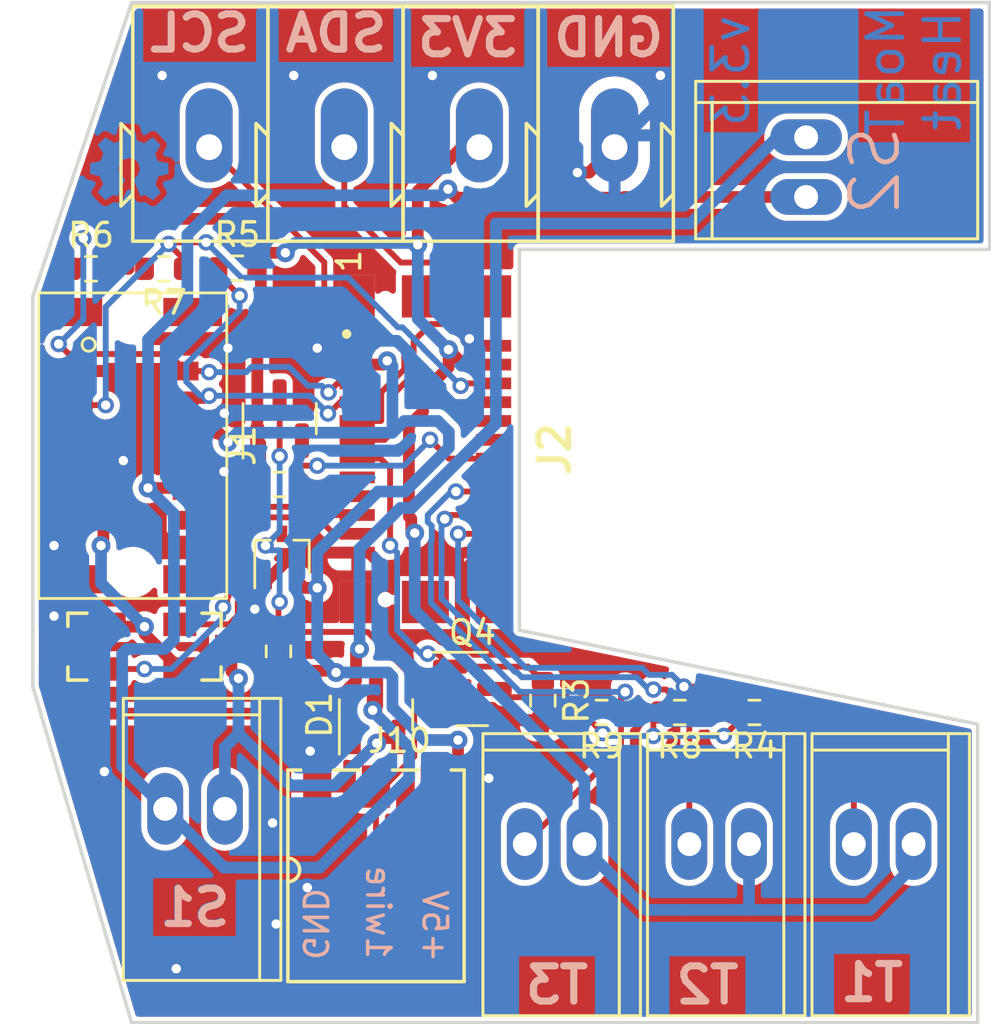
<source format=kicad_pcb>
(kicad_pcb (version 20220225) (generator pcbnew)
  (title_block (comment 4 "AISLER Project ID: ZPXZNXWD"))
  (layers (0 "F.Cu" signal) (31 "B.Cu" signal) (34 "B.Paste" user) (35 "F.Paste" user) (36 "B.SilkS" user "B.Silkscreen") (37 "F.SilkS" user "F.Silkscreen") (38 "B.Mask" user) (39 "F.Mask" user) (44 "Edge.Cuts" user))
  (net 0 "")
  (net 1 "/S1G")
  (net 4 "GNDPWR")
  (net 5 "/S2")
  (net 6 "/S1")
  (net 7 "GND")
  (net 8 "/1wire_5")
  (net 9 "/Bus1")
  (net 10 "/Bus2")
  (net 11 "/Bus3")
  (net 13 "+24V")
  (net 14 "+3V3")
  (net 15 "+5V")
  (net 17 "/SCl")
  (net 19 "/SDa")
  (net 21 "/ena")
  (net 22 "/1wire_3")
  (net 26 "/T3")
  (net 27 "/T2")
  (net 28 "/T1")
  (net 29 "/S2G")
  (net 30 "Net-(Q4-D)")
  (footprint "localstuff:1X02_GN" (layer "F.Cu") (at 52.2 38.5 -90)
    (fp_text reference "J9" hide)
    (fp_text value "S2")
  )
  (footprint "localstuff:1X02_GN" (layer "F.Cu") (at 26.2 65.8 180)
    (fp_text reference "J8" hide)
    (fp_text value "S1" hide)
  )
  (footprint "localstuff:Wago_Terminal_243" (layer "F.Cu") (at 38.3 37.650005 90)
    (fp_text reference "J5" hide)
    (fp_text value "3V3" hide)
  )
  (footprint "localstuff:Wago_Terminal_243" (layer "F.Cu") (at 44.05 37.650005 90)
    (fp_text reference "J6" hide)
    (fp_text value "GND" hide)
  )
  (footprint "localstuff:Wago_Terminal_243" (layer "F.Cu") (at 26.8 37.650005 90)
    (fp_text reference "J3" hide)
    (fp_text value "SCLK" hide)
  )
  (footprint "localstuff:MoaT_12_Pin_V" (layer "F.Cu") (at 23.55 50.35 -90)
    (fp_text reference "J1")
    (fp_text value "Moat_Bus_12")
  )
  (footprint "Package_TO_SOT_SMD:SOT-23" (layer "F.Cu") (at 33.9 61.8 90)
    (fp_text reference "D1")
    (fp_text value "BAT54C")
  )
  (footprint "localstuff:SOT23" (layer "F.Cu") (at 26.65 58.9 -90)
    (fp_text reference "Q1" hide)
    (fp_text value "2N7002" hide)
  )
  (footprint "localstuff:SOT23" (layer "F.Cu") (at 21.45 58.9 90)
    (fp_text reference "Q2" hide)
    (fp_text value "2N7002" hide)
  )
  (footprint "Resistor_SMD:R_0603_1608Metric" (layer "F.Cu") (at 21.775 42.825)
    (fp_text reference "R6")
    (fp_text value "470")
  )
  (footprint "localstuff:AVX_9276_3Pin" (layer "F.Cu") (at 33.9 68.4)
    (fp_text reference "J10")
    (fp_text value "1wireConn")
  )
  (footprint "Resistor_SMD:R_0603_1608Metric" (layer "F.Cu") (at 24.875 42.825 180)
    (fp_text reference "R7")
    (fp_text value "470")
  )
  (footprint "localstuff:TE_1775014_socket" (layer "F.Cu") (at 36 50.5 -90)
    (fp_text reference "J2")
    (fp_text value "Moat_Bus_wire" hide)
  )
  (footprint "localstuff:Wago_Terminal_243" (layer "F.Cu") (at 32.55 37.650005 90)
    (fp_text reference "J4" hide)
    (fp_text value "SDA" hide)
  )
  (footprint "localstuff:1X02_GN" (layer "F.Cu") (at 55.5 67.3 180)
    (fp_text reference "J7" hide)
    (fp_text value "T1" hide)
  )
  (footprint "localstuff:1X02_GN" (layer "F.Cu") (at 48.5 67.3 180)
    (fp_text reference "J11" hide)
    (fp_text value "T2" hide)
  )
  (footprint "Package_TO_SOT_SMD:SOT-23" (layer "F.Cu") (at 38 60.7)
    (fp_text reference "Q4")
    (fp_text value "2N7002")
  )
  (footprint "Package_TO_SOT_SMD:SOT-323_SC-70" (layer "F.Cu") (at 29.9 55.1 90)
    (fp_text reference "D2" hide)
    (fp_text value "BAT54SW" hide)
  )
  (footprint "Resistor_SMD:R_0603_1608Metric" (layer "F.Cu") (at 29.75 59.1 90)
    (fp_text reference "R2" hide)
    (fp_text value "10k" hide)
  )
  (footprint "Resistor_SMD:R_0603_1608Metric" (layer "F.Cu") (at 43.5 61.7 180)
    (fp_text reference "R9")
    (fp_text value "10k")
  )
  (footprint "Resistor_SMD:R_0603_1608Metric" (layer "F.Cu") (at 46.825 61.7 180)
    (fp_text reference "R8")
    (fp_text value "10k")
  )
  (footprint "Resistor_SMD:R_0603_1608Metric" (layer "F.Cu") (at 28 42.8)
    (fp_text reference "R5")
    (fp_text value "470")
  )
  (footprint "localstuff:1X02_GN" (layer "F.Cu") (at 41.5 67.3 180)
    (fp_text reference "J12" hide)
    (fp_text value "T3" hide)
  )
  (footprint "Resistor_SMD:R_0603_1608Metric" (layer "F.Cu") (at 50 61.7 180)
    (fp_text reference "R4")
    (fp_text value "10k")
  )
  (footprint "Resistor_SMD:R_0603_1608Metric" (layer "F.Cu") (at 29.8 52)
    (fp_text reference "R1" hide)
    (fp_text value "10k" hide)
  )
  (footprint "Resistor_SMD:R_0603_1608Metric" (layer "F.Cu") (at 41 61.2 -90)
    (fp_text reference "R3")
    (fp_text value "R_1M_0603")
  )
  (footprint "Package_TO_SOT_SMD:SOT-23" (layer "F.Cu") (at 29.8 49.2 90)
    (fp_text reference "Q3" hide)
    (fp_text value "2N7002" hide)
  )
  (footprint "localstuff:OSHW Logo 3mm Cu" (layer "B.Cu") (at 23.4 38.4 180)
    (fp_text reference "G***" hide)
    (fp_text value "LOGO" hide)
  )
  (gr_line (start 60 42) (end 60 31.5) (stroke (width 0.15)) (layer "Edge.Cuts"))
  (gr_line (start 60 31.5) (end 23.5 31.5) (stroke (width 0.15)) (layer "Edge.Cuts"))
  (gr_line (start 60 42) (end 40 42) (stroke (width 0.15)) (layer "Edge.Cuts"))
  (gr_line (start 59.5 74.9) (end 59.5 62.2) (stroke (width 0.15)) (layer "Edge.Cuts"))
  (gr_line (start 23.5 31.5) (end 19.3 44) (stroke (width 0.15)) (layer "Edge.Cuts"))
  (gr_line (start 19.3 44) (end 19.3 60.6) (stroke (width 0.15)) (layer "Edge.Cuts"))
  (gr_line (start 40 42) (end 40 58.2) (stroke (width 0.15)) (layer "Edge.Cuts"))
  (gr_line (start 23.5 74.9) (end 59.5 74.9) (stroke (width 0.15)) (layer "Edge.Cuts"))
  (gr_line (start 40 58.2) (end 59.5 62.2) (stroke (width 0.15)) (layer "Edge.Cuts"))
  (gr_line (start 19.3 60.6) (end 23.5 74.9) (stroke (width 0.15)) (layer "Edge.Cuts"))
  (gr_text "v3.3" (at 49 34.4 90) (layer "B.Cu") (effects (font (size 1.5 1.5) (thickness 0.2)) (justify mirror)))
  (gr_text "GND" (at 43.8 33) (layer "B.Cu") (effects (font (size 1.5 1.5) (thickness 0.3) bold) (justify mirror)))
  (gr_text "T1" (at 55 73.2) (layer "B.Cu") (effects (font (size 1.5 1.5) (thickness 0.3) bold) (justify mirror)))
  (gr_text "T2" (at 48 73.3) (layer "B.Cu") (effects (font (size 1.5 1.5) (thickness 0.3) bold) (justify mirror)))
  (gr_text "S1" (at 26.174883 69.979825) (layer "B.Cu") (effects (font (size 1.5 1.5) (thickness 0.3) bold) (justify mirror)))
  (gr_text "3V3" (at 37.8 33) (layer "B.Cu") (effects (font (size 1.5 1.5) (thickness 0.3) bold) (justify mirror)))
  (gr_text "MoaT\nHeat" (at 56.8 34.4 90) (layer "B.Cu") (effects (font (size 1.5 1.5) (thickness 0.2)) (justify mirror)))
  (gr_text "SDA" (at 32.2 32.8) (layer "B.Cu") (effects (font (size 1.5 1.5) (thickness 0.3) bold) (justify mirror)))
  (gr_text "SCL" (at 26.395647 32.793471) (layer "B.Cu") (effects (font (size 1.5 1.5) (thickness 0.3) bold) (justify mirror)))
  (gr_text "T3" (at 41.6 73.3) (layer "B.Cu") (effects (font (size 1.5 1.5) (thickness 0.3) bold) (justify mirror)))
  (gr_text "1wire" (at 34 70.2 270) (layer "B.SilkS") (effects (font (size 1 1)) (justify mirror)))
  (gr_text "SCL" (at 26.4 32.8) (layer "B.SilkS") (effects (font (size 1.5 1.5) (thickness 0.3) bold) (justify mirror)))
  (gr_text "3V3" (at 37.8 33) (layer "B.SilkS") (effects (font (size 1.5 1.5) (thickness 0.3) bold) (justify mirror)))
  (gr_text "GND" (at 43.8 33) (layer "B.SilkS") (effects (font (size 1.5 1.5) (thickness 0.3) bold) (justify mirror)))
  (gr_text "T2" (at 48 73.3) (layer "B.SilkS") (effects (font (size 1.5 1.5) (thickness 0.3) bold) (justify mirror)))
  (gr_text "T3" (at 41.6 73.3) (layer "B.SilkS") (effects (font (size 1.5 1.5) (thickness 0.3) bold) (justify mirror)))
  (gr_text "+5V" (at 36.4 70.8 270) (layer "B.SilkS") (effects (font (size 1 1)) (justify mirror)))
  (gr_text "S1" (at 26.2 70) (layer "B.SilkS") (effects (font (size 1.5 1.5) (thickness 0.3) bold) (justify mirror)))
  (gr_text "GND" (at 31.3 70.7 270) (layer "B.SilkS") (effects (font (size 1 1)) (justify mirror)))
  (gr_text "T1" (at 55 73.2) (layer "B.SilkS") (effects (font (size 1.5 1.5) (thickness 0.3) bold) (justify mirror)))
  (gr_text "SDA" (at 32.2 32.8) (layer "B.SilkS") (effects (font (size 1.5 1.5) (thickness 0.3) bold) (justify mirror)))
  (segment (start 27.75 58.9) (end 27.75 59.95) (width 0.5) (layer "F.Cu") (net 1))
  (segment (start 34.85 62.79134) (end 34.14456 62.79134) (width 0.5) (layer "F.Cu") (net 1))
  (segment (start 27.75 59.95) (end 28.05 60.25) (width 0.5) (layer "F.Cu") (net 1))
  (segment (start 34.14456 62.79134) (end 33.928005 63.007895) (width 0.5) (layer "F.Cu") (net 1))
  (via (at 33.928005 63.007895) (size 0.8) (drill 0.4) (layers "F.Cu" "B.Cu") (net 1))
  (via (at 28.05 60.25) (size 0.8) (drill 0.4) (layers "F.Cu" "B.Cu") (net 1))
  (segment (start 27.47 63.18) (end 28.05 62.6) (width 0.5) (layer "B.Cu") (net 1))
  (segment (start 28.05 60.25) (end 28.05 62.6) (width 0.5) (layer "B.Cu") (net 1))
  (segment (start 32.1359 64.8) (end 33.928005 63.007895) (width 0.5) (layer "B.Cu") (net 1))
  (segment (start 27.47 65.8) (end 27.47 63.18) (width 0.5) (layer "B.Cu") (net 1))
  (segment (start 30.25 64.8) (end 32.1359 64.8) (width 0.5) (layer "B.Cu") (net 1))
  (segment (start 28.05 62.6) (end 30.25 64.8) (width 0.5) (layer "B.Cu") (net 1))
  (segment (start 22.299511 54.500489) (end 22.2 54.6) (width 0.5) (layer "F.Cu") (net 4))
  (segment (start 22.299511 52.675489) (end 22.299511 54.500489) (width 0.5) (layer "F.Cu") (net 4))
  (segment (start 24.05 58.05) (end 24.05 58.35) (width 0.5) (layer "F.Cu") (net 4))
  (segment (start 24.05 58.05) (end 22.65 58.05) (width 0.5) (layer "F.Cu") (net 4))
  (segment (start 21.879022 52.255) (end 22.299511 52.675489) (width 0.5) (layer "F.Cu") (net 4))
  (segment (start 24.05 58.35) (end 25.55 59.85) (width 0.5) (layer "F.Cu") (net 4))
  (segment (start 21.3 52.255) (end 21.879022 52.255) (width 0.5) (layer "F.Cu") (net 4))
  (via (at 22.2 54.6) (size 0.8) (drill 0.4) (layers "F.Cu" "B.Cu") (net 4))
  (via (at 24.05 58.05) (size 0.8) (drill 0.4) (layers "F.Cu" "B.Cu") (net 4))
  (segment (start 22.2 54.6) (end 22.2 56.2) (width 0.5) (layer "B.Cu") (net 4))
  (segment (start 22.2 56.2) (end 24.05 58.05) (width 0.5) (layer "B.Cu") (net 4))
  (segment (start 27.568842 56.818766) (end 27.568842 57.045396) (width 0.25) (layer "F.Cu") (net 5))
  (segment (start 27.624511 54.375489) (end 27.624511 56.763097) (width 0.25) (layer "F.Cu") (net 5))
  (segment (start 31.935704 53.3) (end 31.586193 52.950489) (width 0.25) (layer "F.Cu") (net 5))
  (segment (start 27.624511 56.763097) (end 27.568842 56.818766) (width 0.25) (layer "F.Cu") (net 5))
  (segment (start 27.750489 54.249511) (end 27.624511 54.375489) (width 0.25) (layer "F.Cu") (net 5))
  (segment (start 27.750489 54.178801) (end 27.750489 54.249511) (width 0.25) (layer "F.Cu") (net 5))
  (segment (start 33.1 53.3) (end 31.935704 53.3) (width 0.25) (layer "F.Cu") (net 5))
  (segment (start 28.9788 52.95049) (end 27.750489 54.178801) (width 0.25) (layer "F.Cu") (net 5))
  (segment (start 31.586193 52.950489) (end 28.9788 52.95049) (width 0.25) (layer "F.Cu") (net 5))
  (segment (start 22.55 59.85) (end 24.05 59.85) (width 0.25) (layer "F.Cu") (net 5))
  (segment (start 27.568842 57.045396) (end 27.393853 57.220385) (width 0.25) (layer "F.Cu") (net 5))
  (via (at 24.05 59.85) (size 0.7) (drill 0.4) (layers "F.Cu" "B.Cu") (net 5))
  (via (at 27.393853 57.220385) (size 0.7) (drill 0.4) (layers "F.Cu" "B.Cu") (net 5))
  (segment (start 24.05 59.85) (end 25.2 59.85) (width 0.25) (layer "B.Cu") (net 5))
  (segment (start 27.393853 57.656147) (end 27.393853 57.220385) (width 0.25) (layer "B.Cu") (net 5))
  (segment (start 25.2 59.85) (end 27.393853 57.656147) (width 0.25) (layer "B.Cu") (net 5))
  (segment (start 29.164994 53.4) (end 31.4 53.4) (width 0.25) (layer "F.Cu") (net 6))
  (segment (start 31.4 53.4) (end 32.1 54.1) (width 0.25) (layer "F.Cu") (net 6))
  (segment (start 25.55 57.95) (end 27.65 57.95) (width 0.25) (layer "F.Cu") (net 6))
  (segment (start 32.1 54.1) (end 33.1 54.1) (width 0.25) (layer "F.Cu") (net 6))
  (segment (start 28.018353 57.004959) (end 28.2 56.823312) (width 0.25) (layer "F.Cu") (net 6))
  (segment (start 27.65 57.95) (end 28.018353 57.581647) (width 0.25) (layer "F.Cu") (net 6))
  (segment (start 28.018353 57.581647) (end 28.018353 57.004959) (width 0.25) (layer "F.Cu") (net 6))
  (segment (start 28.2 54.364994) (end 29.164994 53.4) (width 0.25) (layer "F.Cu") (net 6))
  (segment (start 28.2 56.823312) (end 28.2 54.364994) (width 0.25) (layer "F.Cu") (net 6))
  (segment (start 21.879022 49.715) (end 21.3 49.715) (width 0.5) (layer "F.Cu") (net 7))
  (segment (start 27.6 46.2) (end 27.6 48.813917) (width 0.5) (layer "F.Cu") (net 7))
  (segment (start 34.35 55.65) (end 37.65 55.65) (width 0.5) (layer "F.Cu") (net 7))
  (segment (start 44.05 37.650005) (end 42.968178 38.731827) (width 0.5) (layer "F.Cu") (net 7))
  (segment (start 37.4375 62.025) (end 37.0625 61.65) (width 0.5) (layer "F.Cu") (net 7))
  (segment (start 33.1 46.1) (end 31.5 46.1) (width 0.5) (layer "F.Cu") (net 7))
  (segment (start 31.097858 63.343888) (end 31.4 63.64603) (width 0.5) (layer "F.Cu") (net 7))
  (segment (start 29.65 70.7) (end 30.15 70.7) (width 0.5) (layer "F.Cu") (net 7))
  (segment (start 23.349501 50.784521) (end 23.149022 50.985) (width 0.5) (layer "F.Cu") (net 7))
  (segment (start 27.6 48.813917) (end 27.444534 48.969383) (width 0.5) (layer "F.Cu") (net 7))
  (segment (start 25.8 50.985) (end 26.960402 50.985) (width 0.5) (layer "F.Cu") (net 7))
  (segment (start 26.960402 50.985) (end 27.429356 51.453954) (width 0.5) (layer "F.Cu") (net 7))
  (segment (start 21.3 47.175) (end 22.35 47.175) (width 0.5) (layer "F.Cu") (net 7))
  (segment (start 23.349501 48.174501) (end 23.349501 50.784521) (width 0.5) (layer "F.Cu") (net 7))
  (segment (start 38.725 62.025) (end 37.4375 62.025) (width 0.5) (layer "F.Cu") (net 7))
  (segment (start 31.4 66.2) (end 30.977673 66.622327) (width 0.5) (layer "F.Cu") (net 7))
  (segment (start 33.1 54.9) (end 30.45 54.9) (width 0.5) (layer "F.Cu") (net 7))
  (segment (start 28.774511 56.575489) (end 28.774511 57.273401) (width 0.5) (layer "F.Cu") (net 7))
  (segment (start 33.6 54.9) (end 34.35 55.65) (width 0.5) (layer "F.Cu") (net 7))
  (segment (start 23.149022 50.985) (end 21.879022 49.715) (width 0.5) (layer "F.Cu") (net 7))
  (segment (start 29.25 56.1) (end 28.774511 56.575489) (width 0.5) (layer "F.Cu") (net 7))
  (segment (start 22.35 47.175) (end 23.349501 48.174501) (width 0.5) (layer "F.Cu") (net 7))
  (segment (start 30.45 54.9) (end 29.25 56.1) (width 0.5) (layer "F.Cu") (net 7))
  (segment (start 31.4 63.64603) (end 31.4 66.2) (width 0.5) (layer "F.Cu") (net 7))
  (segment (start 38.9 46.1) (end 38.171978 46.1) (width 0.5) (layer "F.Cu") (net 7))
  (segment (start 33.1 54.9) (end 33.6 54.9) (width 0.5) (layer "F.Cu") (net 7))
  (segment (start 30.15 70.7) (end 31.4 71.95) (width 0.5) (layer "F.Cu") (net 7))
  (segment (start 28.774511 57.273401) (end 28.742854 57.305058) (width 0.5) (layer "F.Cu") (net 7))
  (segment (start 38.7 62.05) (end 38.725 62.025) (width 0.5) (layer "F.Cu") (net 7))
  (segment (start 25.8 50.985) (end 23.149022 50.985) (width 0.5) (layer "F.Cu") (net 7))
  (segment (start 38.171978 46.1) (end 37.873222 45.801244) (width 0.5) (layer "F.Cu") (net 7))
  (segment (start 37.65 55.65) (end 38.4 54.9) (width 0.5) (layer "F.Cu") (net 7))
  (segment (start 38.4 54.9) (end 38.9 54.9) (width 0.5) (layer "F.Cu") (net 7))
  (segment (start 41 62.025) (end 38.725 62.025) (width 0.5) (layer "F.Cu") (net 7))
  (segment (start 38.7 64.5) (end 38.7 62.05) (width 0.5) (layer "F.Cu") (net 7))
  (segment (start 31.5 46.1) (end 31.4 46.2) (width 0.5) (layer "F.Cu") (net 7))
  (segment (start 29.722327 66.622327) (end 29.5 66.4) (width 0.5) (layer "F.Cu") (net 7))
  (segment (start 30.977673 66.622327) (end 29.722327 66.622327) (width 0.5) (layer "F.Cu") (net 7))
  (segment (start 42.968178 38.731827) (end 42.469548 38.731827) (width 0.5) (layer "F.Cu") (net 7))
  (segment (start 30.977673 66.622327) (end 30.977673 69.1495) (width 0.5) (layer "F.Cu") (net 7))
  (via (at 28.742854 57.305058) (size 0.8) (drill 0.4) (layers "F.Cu" "B.Cu") (net 7))
  (via (at 29.5 66.4) (size 0.8) (drill 0.4) (layers "F.Cu" "B.Cu") (net 7))
  (via (at 31.097858 63.343888) (size 0.8) (drill 0.4) (layers "F.Cu" "B.Cu") (net 7))
  (via (at 30.4 34.6) (size 0.7) (drill 0.4) (layers "F.Cu" "B.Cu") (net 7))
  (via (at 38.7 64.5) (size 0.8) (drill 0.4) (layers "F.Cu" "B.Cu") (net 7))
  (via (at 42.469548 38.731827) (size 0.8) (drill 0.4) (layers "F.Cu" "B.Cu") (net 7))
  (via (at 20.2 57.6) (size 0.8) (drill 0.4) (layers "F.Cu" "B.Cu") (net 7))
  (via (at 36.3 34.6) (size 0.7) (drill 0.4) (layers "F.Cu" "B.Cu") (net 7))
  (via (at 37.873222 45.801244) (size 0.8) (drill 0.4) (layers "F.Cu" "B.Cu") (net 7))
  (via (at 31.4 46.2) (size 0.8) (drill 0.4) (layers "F.Cu" "B.Cu") (net 7))
  (via (at 23.149022 50.985) (size 0.8) (drill 0.4) (layers "F.Cu" "B.Cu") (net 7))
  (via (at 24.8 34.6) (size 0.7) (drill 0.4) (layers "F.Cu" "B.Cu") (net 7))
  (via (at 25.4 72.6) (size 0.7) (drill 0.4) (layers "F.Cu" "B.Cu") (net 7))
  (via (at 20.2 54.6) (size 0.8) (drill 0.4) (layers "F.Cu" "B.Cu") (net 7))
  (via (at 30.977673 69.1495) (size 0.8) (drill 0.4) (layers "F.Cu" "B.Cu") (net 7))
  (via (at 27.444534 48.969383) (size 0.8) (drill 0.4) (layers "F.Cu" "B.Cu") (net 7))
  (via (at 46 34.6) (size 0.7) (drill 0.4) (layers "F.Cu" "B.Cu") (net 7))
  (via (at 22.339647 64.217115) (size 0.7) (drill 0.4) (layers "F.Cu" "B.Cu") (net 7))
  (via (at 27.6 46.2) (size 0.8) (drill 0.4) (layers "F.Cu" "B.Cu") (net 7))
  (via (at 27.429356 51.453954) (size 0.8) (drill 0.4) (layers "F.Cu" "B.Cu") (net 7))
  (via (at 29.65 70.7) (size 0.8) (drill 0.4) (layers "F.Cu" "B.Cu") (net 7))
  (segment (start 35.349501 46.782012) (end 37.183245 48.615756) (width 0.5) (layer "B.Cu") (net 7))
  (segment (start 42.469548 37.669548) (end 39.4 34.6) (width 0.5) (layer "B.Cu") (net 7))
  (segment (start 27.75 72.6) (end 29.65 70.7) (width 0.5) (layer "B.Cu") (net 7))
  (segment (start 30.4 34.6) (end 24.8 34.6) (width 0.5) (layer "B.Cu") (net 7))
  (segment (start 42.469548 38.731827) (end 42.469548 37.669548) (width 0.5) (layer "B.Cu") (net 7))
  (segment (start 29.225489 57.787693) (end 28.742854 57.305058) (width 0.5) (layer "B.Cu") (net 7))
  (segment (start 26.625489 49.788428) (end 27.444534 48.969383) (width 0.5) (layer "B.Cu") (net 7))
  (segment (start 31.7118 45.8882) (end 34.789577 45.8882) (width 0.5) (layer "B.Cu") (net 7))
  (segment (start 35.349501 46.448124) (end 35.349501 46.782012) (width 0.5) (layer "B.Cu") (net 7))
  (segment (start 38.300489 48.160842) (end 38.300489 46.228511) (width 0.5) (layer "B.Cu") (net 7))
  (segment (start 20.2 60.5) (end 22.339647 62.639647) (width 0.5) (layer "B.Cu") (net 7))
  (segment (start 22.339647 62.639647) (end 22.339647 64.217115) (width 0.5) (layer "B.Cu") (net 7))
  (segment (start 20.2 57.6) (end 20.2 60.5) (width 0.5) (layer "B.Cu") (net 7))
  (segment (start 26.625489 50.650087) (end 26.625489 49.788428) (width 0.5) (layer "B.Cu") (net 7))
  (segment (start 37.873222 40.626713) (end 37.873222 45.801244) (width 0.5) (layer "B.Cu") (net 7))
  (segment (start 39.4 34.6) (end 36.3 34.6) (width 0.5) (layer "B.Cu") (net 7))
  (segment (start 29.225489 61.471519) (end 29.225489 57.787693) (width 0.5) (layer "B.Cu") (net 7))
  (segment (start 20.2 54.6) (end 20.2 57.6) (width 0.5) (layer "B.Cu") (net 7))
  (segment (start 25.4 72.6) (end 27.75 72.6) (width 0.5) (layer "B.Cu") (net 7))
  (segment (start 30.977673 69.1495) (end 34.0505 69.1495) (width 0.5) (layer "B.Cu") (net 7))
  (segment (start 29.65 70.477173) (end 30.977673 69.1495) (width 0.5) (layer "B.Cu") (net 7))
  (segment (start 31.4 46.2) (end 31.7118 45.8882) (width 0.5) (layer "B.Cu") (net 7))
  (segment (start 37.845575 48.615756) (end 38.300489 48.160842) (width 0.5) (layer "B.Cu") (net 7))
  (segment (start 34.0505 69.1495) (end 38.7 64.5) (width 0.5) (layer "B.Cu") (net 7))
  (segment (start 20.2 54.6) (end 20.2 53.934022) (width 0.5) (layer "B.Cu") (net 7))
  (segment (start 38.300489 46.228511) (end 37.873222 45.801244) (width 0.5) (layer "B.Cu") (net 7))
  (segment (start 31.097858 63.343888) (end 29.225489 61.471519) (width 0.5) (layer "B.Cu") (net 7))
  (segment (start 20.2 53.934022) (end 23.149022 50.985) (width 0.5) (layer "B.Cu") (net 7))
  (segment (start 27.429356 51.453954) (end 26.625489 50.650087) (width 0.5) (layer "B.Cu") (net 7))
  (segment (start 39.768108 38.731827) (end 37.873222 40.626713) (width 0.5) (layer "B.Cu") (net 7))
  (segment (start 42.469548 38.731827) (end 39.768108 38.731827) (width 0.5) (layer "B.Cu") (net 7))
  (segment (start 29.65 70.7) (end 29.65 70.477173) (width 0.5) (layer "B.Cu") (net 7))
  (segment (start 31.4 46.2) (end 27.6 46.2) (width 0.5) (layer "B.Cu") (net 7))
  (segment (start 28.742854 57.305058) (end 26.225489 54.787693) (width 0.5) (layer "B.Cu") (net 7))
  (segment (start 37.183245 48.615756) (end 37.845575 48.615756) (width 0.5) (layer "B.Cu") (net 7))
  (segment (start 46 35.700005) (end 46 34.6) (width 0.5) (layer "B.Cu") (net 7))
  (segment (start 36.3 34.6) (end 30.4 34.6) (width 0.5) (layer "B.Cu") (net 7))
  (segment (start 26.225489 52.657821) (end 27.429356 51.453954) (width 0.5) (layer "B.Cu") (net 7))
  (segment (start 44.05 37.650005) (end 46 35.700005) (width 0.5) (layer "B.Cu") (net 7))
  (segment (start 34.789577 45.8882) (end 35.349501 46.448124) (width 0.5) (layer "B.Cu") (net 7))
  (segment (start 26.225489 54.787693) (end 26.225489 52.657821) (width 0.5) (layer "B.Cu") (net 7))
  (segment (start 29.8 48.2625) (end 29.8 50.8) (width 0.25) (layer "F.Cu") (net 8))
  (segment (start 33.544336 58.275) (end 35.524449 60.255113) (width 0.25) (layer "F.Cu") (net 8))
  (segment (start 35.524449 60.255113) (end 35.524449 63.575551) (width 0.25) (layer "F.Cu") (net 8))
  (segment (start 29.9 54.1) (end 29.7 54.1) (width 0.25) (layer "F.Cu") (net 8))
  (segment (start 29.7 54.1) (end 29.2 54.6) (width 0.25) (layer "F.Cu") (net 8))
  (segment (start 34.25 64.85) (end 35.524449 63.575551) (width 0.25) (layer "F.Cu") (net 8))
  (segment (start 29.75 58.275) (end 33.544336 58.275) (width 0.25) (layer "F.Cu") (net 8))
  (segment (start 29.75 57.05) (end 29.8 57) (width 0.25) (layer "F.Cu") (net 8))
  (segment (start 33.9 71.95) (end 33.9 64.85) (width 0.25) (layer "F.Cu") (net 8))
  (segment (start 29.75 58.275) (end 29.75 57.05) (width 0.25) (layer "F.Cu") (net 8))
  (via (at 29.8 57) (size 0.7) (drill 0.4) (layers "F.Cu" "B.Cu") (net 8))
  (via (at 29.2 54.6) (size 0.7) (drill 0.4) (layers "F.Cu" "B.Cu") (net 8))
  (via (at 29.8 50.8) (size 0.7) (drill 0.4) (layers "F.Cu" "B.Cu") (net 8))
  (segment (start 29.8 54) (end 29.2 54.6) (width 0.25) (layer "B.Cu") (net 8))
  (segment (start 29.2 54.6) (end 29.4 54.8) (width 0.25) (layer "B.Cu") (net 8))
  (segment (start 29.8 50.8) (end 29.8 54) (width 0.25) (layer "B.Cu") (net 8))
  (segment (start 29.8 57) (end 29.8 54.8) (width 0.25) (layer "B.Cu") (net 8))
  (segment (start 29.4 54.8) (end 29.8 54.8) (width 0.25) (layer "B.Cu") (net 8))
  (segment (start 32.258178 47.7) (end 31.879089 48.079089) (width 0.25) (layer "F.Cu") (net 9))
  (segment (start 25.075489 46.450489) (end 20.825489 46.450489) (width 0.25) (layer "F.Cu") (net 9))
  (segment (start 33.1 47.7) (end 32.258178 47.7) (width 0.25) (layer "F.Cu") (net 9))
  (segment (start 20.825489 46.450489) (end 20.4 46.025) (width 0.25) (layer "F.Cu") (net 9))
  (segment (start 25.8 47.175) (end 26.753181 47.175) (width 0.25) (layer "F.Cu") (net 9))
  (segment (start 25.8 47.175) (end 25.075489 46.450489) (width 0.25) (layer "F.Cu") (net 9))
  (segment (start 21.45 41.525) (end 21.45 42.3625) (width 0.25) (layer "F.Cu") (net 9))
  (segment (start 21.45 42.3625) (end 20.9875 42.825) (width 0.25) (layer "F.Cu") (net 9))
  (segment (start 26.753181 47.175) (end 26.8005 47.222319) (width 0.25) (layer "F.Cu") (net 9))
  (via (at 20.4 46.025) (size 0.7) (drill 0.4) (layers "F.Cu" "B.Cu") (net 9))
  (via (at 31.879089 48.079089) (size 0.7) (drill 0.4) (layers "F.Cu" "B.Cu") (net 9))
  (via (at 26.8005 47.222319) (size 0.7) (drill 0.4) (layers "F.Cu" "B.Cu") (net 9))
  (via (at 21.45 41.525) (size 0.7) (drill 0.4) (layers "F.Cu" "B.Cu") (net 9))
  (segment (start 28.377681 47.222319) (end 26.8005 47.222319) (width 0.25) (layer "B.Cu") (net 9))
  (segment (start 31 47.8) (end 30.2 47) (width 0.25) (layer "B.Cu") (net 9))
  (segment (start 20.4 46.025) (end 21.45 44.975) (width 0.25) (layer "B.Cu") (net 9))
  (segment (start 31.879089 48.079089) (end 31.6 47.8) (width 0.25) (layer "B.Cu") (net 9))
  (segment (start 21.45 44.975) (end 21.45 41.525) (width 0.25) (layer "B.Cu") (net 9))
  (segment (start 30.2 47) (end 28.6 47) (width 0.25) (layer "B.Cu") (net 9))
  (segment (start 31.6 47.8) (end 31 47.8) (width 0.25) (layer "B.Cu") (net 9))
  (segment (start 28.6 47) (end 28.377681 47.222319) (width 0.25) (layer "B.Cu") (net 9))
  (segment (start 25.6625 42.825) (end 25.6625 42.354429) (width 0.25) (layer "F.Cu") (net 10))
  (segment (start 22.4 48.625) (end 21.48 48.625) (width 0.25) (layer "F.Cu") (net 10))
  (segment (start 37.603825 47.7) (end 37.500989 47.802836) (width 0.25) (layer "F.Cu") (net 10))
  (segment (start 38.9 47.7) (end 37.603825 47.7) (width 0.25) (layer "F.Cu") (net 10))
  (segment (start 25.6625 42.354429) (end 25.075999 41.767928) (width 0.25) (layer "F.Cu") (net 10))
  (segment (start 26.675 41.7) (end 25.143927 41.7) (width 0.25) (layer "F.Cu") (net 10))
  (segment (start 25.143927 41.7) (end 25.075999 41.767928) (width 0.25) (layer "F.Cu") (net 10))
  (via (at 37.500989 47.802836) (size 0.7) (drill 0.4) (layers "F.Cu" "B.Cu") (net 10))
  (via (at 22.4 48.625) (size 0.7) (drill 0.4) (layers "F.Cu" "B.Cu") (net 10))
  (via (at 25.075999 41.767928) (size 0.7) (drill 0.4) (layers "F.Cu" "B.Cu") (net 10))
  (via (at 26.675 41.7) (size 0.7) (drill 0.4) (layers "F.Cu" "B.Cu") (net 10))
  (segment (start 35.924012 46.210154) (end 35.924012 46.225859) (width 0.25) (layer "B.Cu") (net 10))
  (segment (start 26.675 41.7) (end 28.175 43.2) (width 0.25) (layer "B.Cu") (net 10))
  (segment (start 22.4 44.443927) (end 25.075999 41.767928) (width 0.25) (layer "B.Cu") (net 10))
  (segment (start 34.827547 45.313689) (end 35.027548 45.313689) (width 0.25) (layer "B.Cu") (net 10))
  (segment (start 28.175 43.2) (end 32.713858 43.2) (width 0.25) (layer "B.Cu") (net 10))
  (segment (start 35.924012 46.225859) (end 37.500989 47.802836) (width 0.25) (layer "B.Cu") (net 10))
  (segment (start 35.027548 45.313689) (end 35.924012 46.210154) (width 0.25) (layer "B.Cu") (net 10))
  (segment (start 32.713858 43.2) (end 34.827547 45.313689) (width 0.25) (layer "B.Cu") (net 10))
  (segment (start 22.4 48.625) (end 22.4 44.443927) (width 0.25) (layer "B.Cu") (net 10))
  (segment (start 33.1 48.5) (end 32.375489 48.5) (width 0.25) (layer "F.Cu") (net 11))
  (segment (start 32.375489 48.5) (end 31.896129 48.97936) (width 0.25) (layer "F.Cu") (net 11))
  (segment (start 27.175 43.05) (end 28.097168 43.972168) (width 0.25) (layer "F.Cu") (net 11))
  (segment (start 25.8 48.445) (end 26.581871 48.445) (width 0.25) (layer "F.Cu") (net 11))
  (segment (start 26.581871 48.445) (end 26.8005 48.226371) (width 0.25) (layer "F.Cu") (net 11))
  (segment (start 31.896129 48.97936) (end 31.855519 48.97936) (width 0.25) (layer "F.Cu") (net 11))
  (via (at 28.097168 43.972168) (size 0.7) (drill 0.4) (layers "F.Cu" "B.Cu") (net 11))
  (via (at 31.855519 48.97936) (size 0.7) (drill 0.4) (layers "F.Cu" "B.Cu") (net 11))
  (via (at 26.8005 48.226371) (size 0.7) (drill 0.4) (layers "F.Cu" "B.Cu") (net 11))
  (segment (start 31.10253 48.226371) (end 26.8005 48.226371) (width 0.25) (layer "B.Cu") (net 11))
  (segment (start 25.825 47.625) (end 26.426371 48.226371) (width 0.25) (layer "B.Cu") (net 11))
  (segment (start 28.097168 44.602832) (end 25.825 46.875) (width 0.25) (layer "B.Cu") (net 11))
  (segment (start 28.097168 43.972168) (end 28.097168 44.602832) (width 0.25) (layer "B.Cu") (net 11))
  (segment (start 25.825 46.875) (end 25.825 47.625) (width 0.25) (layer "B.Cu") (net 11))
  (segment (start 26.426371 48.226371) (end 26.8005 48.226371) (width 0.25) (layer "B.Cu") (net 11))
  (segment (start 31.855519 48.97936) (end 31.10253 48.226371) (width 0.25) (layer "B.Cu") (net 11))
  (segment (start 37.789545 39.750499) (end 37.740044 39.8) (width 0.5) (layer "F.Cu") (net 13))
  (segment (start 37.327374 39.8) (end 36.962998 39.435624) (width 0.5) (layer "F.Cu") (net 13))
  (segment (start 44.449935 39.8) (end 44.479935 39.77) (width 0.5) (layer "F.Cu") (net 13))
  (segment (start 44.479935 39.77) (end 52.2 39.77) (width 0.5) (layer "F.Cu") (net 13))
  (segment (start 38.410455 39.750499) (end 37.789545 39.750499) (width 0.5) (layer "F.Cu") (net 13))
  (segment (start 38.459956 39.8) (end 38.410455 39.750499) (width 0.5) (layer "F.Cu") (net 13))
  (segment (start 33.9 60.8) (end 33.758722 60.941278) (width 0.5) (layer "F.Cu") (net 13))
  (segment (start 44.449935 39.8) (end 38.459956 39.8) (width 0.5) (layer "F.Cu") (net 13))
  (segment (start 24.2 52.15) (end 25.695 52.15) (width 0.5) (layer "F.Cu") (net 13))
  (segment (start 37.740044 39.8) (end 37.327374 39.8) (width 0.5) (layer "F.Cu") (net 13))
  (segment (start 33.758722 60.941278) (end 33.758722 61.604108) (width 0.5) (layer "F.Cu") (net 13))
  (via (at 36.962998 39.435624) (size 0.8) (drill 0.4) (layers "F.Cu" "B.Cu") (net 13))
  (via (at 24.2 52.15) (size 0.8) (drill 0.4) (layers "F.Cu" "B.Cu") (net 13))
  (via (at 33.758722 61.604108) (size 0.8) (drill 0.4) (layers "F.Cu" "B.Cu") (net 13))
  (segment (start 23.1 59.2) (end 23.1 63.97) (width 0.5) (layer "B.Cu") (net 13))
  (segment (start 35.308907 64.491093) (end 35.308907 63.187423) (width 0.5) (layer "B.Cu") (net 13))
  (segment (start 25.3 53.25) (end 25.3 58.6) (width 0.5) (layer "B.Cu") (net 13))
  (segment (start 24.2 52.15) (end 25.3 53.25) (width 0.5) (layer "B.Cu") (net 13))
  (segment (start 27.43 68.3) (end 31.5 68.3) (width 0.5) (layer "B.Cu") (net 13))
  (segment (start 24.93 65.8) (end 27.43 68.3) (width 0.5) (layer "B.Cu") (net 13))
  (segment (start 25.3 58.6) (end 24.9 59) (width 0.5) (layer "B.Cu") (net 13))
  (segment (start 25.875499 41.368835) (end 27.545022 39.699312) (width 0.5) (layer "B.Cu") (net 13))
  (segment (start 24.2 45.83531) (end 25.875499 44.159811) (width 0.5) (layer "B.Cu") (net 13))
  (segment (start 33.90098 61.779495) (end 33.900979 61.604108) (width 0.5) (layer "B.Cu") (net 13))
  (segment (start 33.900979 61.604108) (end 33.758722 61.604108) (width 0.5) (layer "B.Cu") (net 13))
  (segment (start 34.720508 62.599022) (end 33.90098 61.779495) (width 0.5) (layer "B.Cu") (net 13))
  (segment (start 31.5 68.3) (end 35.308907 64.491093) (width 0.5) (layer "B.Cu") (net 13))
  (segment (start 25.875499 44.159811) (end 25.875499 41.368835) (width 0.5) (layer "B.Cu") (net 13))
  (segment (start 24.9 59) (end 23.3 59) (width 0.5) (layer "B.Cu") (net 13))
  (segment (start 23.3 59) (end 23.1 59.2) (width 0.5) (layer "B.Cu") (net 13))
  (segment (start 35.308907 63.187423) (end 34.720508 62.599022) (width 0.5) (layer "B.Cu") (net 13))
  (segment (start 27.545022 39.699312) (end 36.69931 39.699312) (width 0.5) (layer "B.Cu") (net 13))
  (segment (start 36.69931 39.699312) (end 36.962998 39.435624) (width 0.5) (layer "B.Cu") (net 13))
  (segment (start 23.1 63.97) (end 24.93 65.8) (width 0.5) (layer "B.Cu") (net 13))
  (segment (start 24.2 52.15) (end 24.2 45.83531) (width 0.5) (layer "B.Cu") (net 13))
  (segment (start 35.399501 53.468835) (end 35.399501 53.917854) (width 0.5) (layer "F.Cu") (net 14))
  (segment (start 24.25 40.7) (end 27.9 40.7) (width 0.5) (layer "F.Cu") (net 14))
  (segment (start 29.025 46.1125) (end 29 46.0875) (width 0.5) (layer "F.Cu") (net 14))
  (segment (start 35.3 53.369334) (end 35.399501 53.468835) (width 0.5) (layer "F.Cu") (net 14))
  (segment (start 35.675909 41.8) (end 35.675909 39.521338) (width 0.5) (layer "F.Cu") (net 14))
  (segment (start 37.624598 46.9) (end 36.985887 46.261289) (width 0.5) (layer "F.Cu") (net 14))
  (segment (start 38.9 46.9) (end 37.624598 46.9) (width 0.5) (layer "F.Cu") (net 14))
  (segment (start 36.985887 47.014113) (end 35.9 48.1) (width 0.5) (layer "F.Cu") (net 14))
  (segment (start 28.975 52) (end 28.975 50.2625) (width 0.5) (layer "F.Cu") (net 14))
  (segment (start 36.985887 46.261289) (end 36.985887 47.014113) (width 0.5) (layer "F.Cu") (net 14))
  (segment (start 35.9 48.1) (end 35.9 48.9) (width 0.5) (layer "F.Cu") (net 14))
  (segment (start 28.975 50.2625) (end 28.85 50.1375) (width 0.5) (layer "F.Cu") (net 14))
  (segment (start 22.5625 42.825) (end 23.375 42.825) (width 0.5) (layer "F.Cu") (net 14))
  (segment (start 29.025 46.1125) (end 28.85 46.2875) (width 0.5) (layer "F.Cu") (net 14))
  (segment (start 29 42.488612) (end 29.344306 42.144306) (width 0.5) (layer "F.Cu") (net 14))
  (segment (start 23.375 41.575) (end 24.25 40.7) (width 0.5) (layer "F.Cu") (net 14))
  (segment (start 35.399501 53.917854) (end 35.547235 54.065588) (width 0.5) (layer "F.Cu") (net 14))
  (segment (start 35.3 49.5) (end 35.3 53.369334) (width 0.5) (layer "F.Cu") (net 14))
  (segment (start 35.675909 39.521338) (end 37.547242 37.650005) (width 0.5) (layer "F.Cu") (net 14))
  (segment (start 29 46.0875) (end 29 42.488612) (width 0.5) (layer "F.Cu") (net 14))
  (segment (start 28.85 46.2875) (end 28.85 50.1375) (width 0.5) (layer "F.Cu") (net 14))
  (segment (start 23.375 42.825) (end 23.375 41.575) (width 0.5) (layer "F.Cu") (net 14))
  (segment (start 27.9 40.7) (end 29.344306 42.144306) (width 0.5) (layer "F.Cu") (net 14))
  (segment (start 35.9 48.9) (end 35.3 49.5) (width 0.5) (layer "F.Cu") (net 14))
  (segment (start 29.344306 42.144306) (end 30.043905 42.144306) (width 0.5) (layer "F.Cu") (net 14))
  (segment (start 37.547242 37.650005) (end 38.3 37.650005) (width 0.5) (layer "F.Cu") (net 14))
  (via (at 36.985887 46.261289) (size 0.8) (drill 0.4) (layers "F.Cu" "B.Cu") (net 14))
  (via (at 35.547235 54.065588) (size 0.8) (drill 0.4) (layers "F.Cu" "B.Cu") (net 14))
  (via (at 30.043905 42.144306) (size 0.8) (drill 0.4) (layers "F.Cu" "B.Cu") (net 14))
  (via (at 35.675909 41.8) (size 0.8) (drill 0.4) (layers "F.Cu" "B.Cu") (net 14))
  (segment (start 56.77 68.23) (end 54.9 70.1) (width 0.5) (layer "B.Cu") (net 14))
  (segment (start 35.600909 41.725) (end 35.675909 41.8) (width 0.5) (layer "B.Cu") (net 14))
  (segment (start 30.043905 42.144306) (end 30.463211 41.725) (width 0.5) (layer "B.Cu") (net 14))
  (segment (start 30.463211 41.725) (end 35.600909 41.725) (width 0.5) (layer "B.Cu") (net 14))
  (segment (start 49.77 67.3) (end 49.77 70.07) (width 0.5) (layer "B.Cu") (net 14))
  (segment (start 42.77 67.3) (end 42.77 67.47) (width 0.5) (layer "B.Cu") (net 14))
  (segment (start 35.675909 44.951311) (end 36.985887 46.261289) (width 0.5) (layer "B.Cu") (net 14))
  (segment (start 35.547235 54.065588) (end 35.547235 57.347235) (width 0.5) (layer "B.Cu") (net 14))
  (segment (start 35.547235 57.347235) (end 42.77 64.57) (width 0.5) (layer "B.Cu") (net 14))
  (segment (start 42.77 64.57) (end 42.77 67.3) (width 0.5) (layer "B.Cu") (net 14))
  (segment (start 49.8 70.1) (end 46.97 70.1) (width 0.5) (layer "B.Cu") (net 14))
  (segment (start 49.77 70.07) (end 49.8 70.1) (width 0.5) (layer "B.Cu") (net 14))
  (segment (start 42.77 67.47) (end 45.4 70.1) (width 0.5) (layer "B.Cu") (net 14))
  (segment (start 56.77 67.3) (end 56.77 68.23) (width 0.5) (layer "B.Cu") (net 14))
  (segment (start 35.675909 41.8) (end 35.675909 44.951311) (width 0.5) (layer "B.Cu") (net 14))
  (segment (start 45.4 70.1) (end 46.97 70.1) (width 0.5) (layer "B.Cu") (net 14))
  (segment (start 54.9 70.1) (end 49.8 70.1) (width 0.5) (layer "B.Cu") (net 14))
  (segment (start 31.4 56.4) (end 30.85 56.4) (width 0.5) (layer "F.Cu") (net 15))
  (segment (start 30.85 56.4) (end 30.55 56.1) (width 0.5) (layer "F.Cu") (net 15))
  (segment (start 34.21369 46.9) (end 34.375989 46.737701) (width 0.5) (layer "F.Cu") (net 15))
  (segment (start 25.809001 49.724001) (end 27.013759 49.724001) (width 0.5) (layer "F.Cu") (net 15))
  (segment (start 32.126376 59.925) (end 32.200688 59.999312) (width 0.5) (layer "F.Cu") (net 15))
  (segment (start 29.75 59.925) (end 32.126376 59.925) (width 0.5) (layer "F.Cu") (net 15))
  (segment (start 33.1 46.9) (end 34.21369 46.9) (width 0.5) (layer "F.Cu") (net 15))
  (segment (start 27.108642 49.818884) (end 27.225947 49.818884) (width 0.5) (layer "F.Cu") (net 15))
  (segment (start 27.6 50.192937) (end 27.225947 49.818884) (width 0.5) (layer "F.Cu") (net 15))
  (segment (start 36.4 64.85) (end 36.4 71.95) (width 0.5) (layer "F.Cu") (net 15))
  (segment (start 27.013759 49.724001) (end 27.108642 49.818884) (width 0.5) (layer "F.Cu") (net 15))
  (segment (start 27.6 50.2) (end 27.6 50.192937) (width 0.5) (layer "F.Cu") (net 15))
  (segment (start 36.4 64.85) (end 37.389564 63.860436) (width 0.5) (layer "F.Cu") (net 15))
  (segment (start 37.389564 63.860436) (end 37.389564 62.873147) (width 0.5) (layer "F.Cu") (net 15))
  (via (at 31.4 56.4) (size 0.8) (drill 0.4) (layers "F.Cu" "B.Cu") (net 15))
  (via (at 32.200688 59.999312) (size 0.8) (drill 0.4) (layers "F.Cu" "B.Cu") (net 15))
  (via (at 37.389564 62.873147) (size 0.8) (drill 0.4) (layers "F.Cu" "B.Cu") (net 15))
  (via (at 27.6 50.2) (size 0.8) (drill 0.4) (layers "F.Cu" "B.Cu") (net 15))
  (via (at 34.375989 46.737701) (size 0.8) (drill 0.4) (layers "F.Cu" "B.Cu") (net 15))
  (segment (start 36.531165 49.300499) (end 36.999501 49.768835) (width 0.5) (layer "B.Cu") (net 15))
  (segment (start 32.200688 59.999312) (end 32.201376 60) (width 0.5) (layer "B.Cu") (net 15))
  (segment (start 34.6 49.8) (end 34.6 46.961712) (width 0.5) (layer "B.Cu") (net 15))
  (segment (start 31.4 54.880077) (end 31.4 56.4) (width 0.5) (layer "B.Cu") (net 15))
  (segment (start 35.129677 52.300989) (end 33.979087 52.300989) (width 0.5) (layer "B.Cu") (net 15))
  (segment (start 34.600489 60.189747) (end 34.60049 61.489748) (width 0.5) (layer "B.Cu") (net 15))
  (segment (start 35.099501 49.300499) (end 36.531165 49.300499) (width 0.5) (layer "B.Cu") (net 15))
  (segment (start 31.4 59.198624) (end 32.200688 59.999312) (width 0.5) (layer "B.Cu") (net 15))
  (segment (start 33.979087 52.300989) (end 31.4 54.880077) (width 0.5) (layer "B.Cu") (net 15))
  (segment (start 34.60049 61.489748) (end 35.983889 62.873147) (width 0.5) (layer "B.Cu") (net 15))
  (segment (start 28 49.8) (end 27.6 50.2) (width 0.5) (layer "B.Cu") (net 15))
  (segment (start 32.201376 60) (end 34.410742 60) (width 0.5) (layer "B.Cu") (net 15))
  (segment (start 36.999501 50.431165) (end 35.129677 52.300989) (width 0.5) (layer "B.Cu") (net 15))
  (segment (start 31.4 56.4) (end 31.4 59.198624) (width 0.5) (layer "B.Cu") (net 15))
  (segment (start 36.999501 49.768835) (end 36.999501 50.431165) (width 0.5) (layer "B.Cu") (net 15))
  (segment (start 34.6 46.961712) (end 34.375989 46.737701) (width 0.5) (layer "B.Cu") (net 15))
  (segment (start 34.6 49.8) (end 28 49.8) (width 0.5) (layer "B.Cu") (net 15))
  (segment (start 34.410742 60) (end 34.600489 60.189747) (width 0.5) (layer "B.Cu") (net 15))
  (segment (start 34.6 49.8) (end 35.099501 49.300499) (width 0.5) (layer "B.Cu") (net 15))
  (segment (start 35.983889 62.873147) (end 37.389564 62.873147) (width 0.5) (layer "B.Cu") (net 15))
  (segment (start 34.124511 49.275489) (end 34.124511 48.075489) (width 0.25) (layer "F.Cu") (net 17))
  (segment (start 31.699995 42.55) (end 26.8 37.650005) (width 0.25) (layer "F.Cu") (net 17))
  (segment (start 35.100489 47.099511) (end 35.100489 46.375889) (width 0.25) (layer "F.Cu") (net 17))
  (segment (start 33.9246 45.2) (end 32.199489 45.2) (width 0.25) (layer "F.Cu") (net 17))
  (segment (start 34.1 49.3) (end 34.124511 49.275489) (width 0.25) (layer "F.Cu") (net 17))
  (segment (start 33.1 49.3) (end 34.1 49.3) (width 0.25) (layer "F.Cu") (net 17))
  (segment (start 34.124511 48.075489) (end 35.100489 47.099511) (width 0.25) (layer "F.Cu") (net 17))
  (segment (start 32.199489 45.2) (end 31.699995 44.700506) (width 0.25) (layer "F.Cu") (net 17))
  (segment (start 35.100489 46.375889) (end 33.9246 45.2) (width 0.25) (layer "F.Cu") (net 17))
  (segment (start 31.699995 44.700506) (end 31.699995 42.55) (width 0.25) (layer "F.Cu") (net 17))
  (segment (start 33.1 50.1) (end 34.264993 50.1) (width 0.25) (layer "F.Cu") (net 19))
  (segment (start 32.55 40.156996) (end 32.55 37.650005) (width 0.25) (layer "F.Cu") (net 19))
  (segment (start 34.615482 48.184518) (end 35.5 47.3) (width 0.25) (layer "F.Cu") (net 19))
  (segment (start 34.264993 50.1) (end 34.615482 49.749511) (width 0.25) (layer "F.Cu") (net 19))
  (segment (start 37.274511 42.825489) (end 37.007427 42.558405) (width 0.25) (layer "F.Cu") (net 19))
  (segment (start 35.5 45.9) (end 36.225489 45.174511) (width 0.25) (layer "F.Cu") (net 19))
  (segment (start 34.951409 42.558405) (end 32.55 40.156996) (width 0.25) (layer "F.Cu") (net 19))
  (segment (start 37.007427 42.558405) (end 34.951409 42.558405) (width 0.25) (layer "F.Cu") (net 19))
  (segment (start 37.274511 45.174511) (end 37.274511 42.825489) (width 0.25) (layer "F.Cu") (net 19))
  (segment (start 36.225489 45.174511) (end 37.274511 45.174511) (width 0.25) (layer "F.Cu") (net 19))
  (segment (start 34.615482 49.749511) (end 34.615482 48.184518) (width 0.25) (layer "F.Cu") (net 19))
  (segment (start 35.5 47.3) (end 35.5 45.9) (width 0.25) (layer "F.Cu") (net 19))
  (segment (start 33.1 50.9) (end 34.1 50.9) (width 0.25) (layer "F.Cu") (net 21))
  (segment (start 36.1 59.2) (end 36.5125 59.2) (width 0.25) (layer "F.Cu") (net 21))
  (segment (start 36.5125 59.2) (end 37.0625 59.75) (width 0.25) (layer "F.Cu") (net 21))
  (segment (start 34.5 51.3) (end 34.5 54.6) (width 0.25) (layer "F.Cu") (net 21))
  (segment (start 34.1 50.9) (end 34.5 51.3) (width 0.25) (layer "F.Cu") (net 21))
  (segment (start 41 60.375) (end 40.375 59.75) (width 0.25) (layer "F.Cu") (net 21))
  (segment (start 40.375 59.75) (end 37.0625 59.75) (width 0.25) (layer "F.Cu") (net 21))
  (via (at 34.5 54.6) (size 0.7) (drill 0.4) (layers "F.Cu" "B.Cu") (net 21))
  (via (at 36.1 59.2) (size 0.7) (drill 0.4) (layers "F.Cu" "B.Cu") (net 21))
  (segment (start 34.8 54.9) (end 34.8 58.2) (width 0.25) (layer "B.Cu") (net 21))
  (segment (start 35.8 59.2) (end 36.1 59.2) (width 0.25) (layer "B.Cu") (net 21))
  (segment (start 34.5 54.6) (end 34.8 54.9) (width 0.25) (layer "B.Cu") (net 21))
  (segment (start 34.8 58.2) (end 35.8 59.2) (width 0.25) (layer "B.Cu") (net 21))
  (segment (start 30.625 51.175) (end 30.625 50.2625) (width 0.25) (layer "F.Cu") (net 22))
  (segment (start 30.65 51.2) (end 30.625 51.175) (width 0.25) (layer "F.Cu") (net 22))
  (segment (start 38.9 50.9) (end 37 50.9) (width 0.25) (layer "F.Cu") (net 22))
  (segment (start 37 50.9) (end 36.2 50.1) (width 0.25) (layer "F.Cu") (net 22))
  (segment (start 31.4 51.2) (end 30.65 51.2) (width 0.25) (layer "F.Cu") (net 22))
  (via (at 31.4 51.2) (size 0.7) (drill 0.4) (layers "F.Cu" "B.Cu") (net 22))
  (via (at 36.2 50.1) (size 0.7) (drill 0.4) (layers "F.Cu" "B.Cu") (net 22))
  (segment (start 31.4 51.2) (end 35.1 51.2) (width 0.25) (layer "B.Cu") (net 22))
  (segment (start 35.1 51.2) (end 36.2 50.1) (width 0.25) (layer "B.Cu") (net 22))
  (segment (start 44.325 61.7) (end 44.325 63.205) (width 0.25) (layer "F.Cu") (net 26))
  (segment (start 44.325 63.205) (end 40.23 67.3) (width 0.25) (layer "F.Cu") (net 26))
  (segment (start 44.325 61.7) (end 44.325 60.999011) (width 0.25) (layer "F.Cu") (net 26))
  (segment (start 37.3 52.3) (end 38.7 52.3) (width 0.25) (layer "F.Cu") (net 26))
  (segment (start 38.7 52.3) (end 38.9 52.5) (width 0.25) (layer "F.Cu") (net 26))
  (segment (start 44.325 60.999011) (end 44.5 60.824011) (width 0.25) (layer "F.Cu") (net 26))
  (segment (start 44.325 61.7) (end 44.424501 61.799501) (width 0.25) (layer "F.Cu") (net 26))
  (via (at 44.5 60.824011) (size 0.7) (drill 0.4) (layers "F.Cu" "B.Cu") (net 26))
  (via (at 37.3 52.3) (size 0.7) (drill 0.4) (layers "F.Cu" "B.Cu") (net 26))
  (segment (start 36.1 53.593753) (end 36.271736 53.765489) (width 0.25) (layer "B.Cu") (net 26))
  (segment (start 36.271736 54.365687) (end 36.237471 54.399952) (width 0.25) (layer "B.Cu") (net 26))
  (segment (start 36.1 53.3) (end 36.1 53.593753) (width 0.25) (layer "B.Cu") (net 26))
  (segment (start 37.1 52.3) (end 36.1 53.3) (width 0.25) (layer "B.Cu") (net 26))
  (segment (start 36.237471 54.399952) (end 36.237471 57.037471) (width 0.25) (layer "B.Cu") (net 26))
  (segment (start 36.271736 53.765489) (end 36.271736 54.365687) (width 0.25) (layer "B.Cu") (net 26))
  (segment (start 36.237471 57.037471) (end 40.024011 60.824011) (width 0.25) (layer "B.Cu") (net 26))
  (segment (start 37.3 52.3) (end 37.1 52.3) (width 0.25) (layer "B.Cu") (net 26))
  (segment (start 40.024011 60.824011) (end 44.5 60.824011) (width 0.25) (layer "B.Cu") (net 26))
  (segment (start 47.23 62.12) (end 47.23 67.3) (width 0.25) (layer "F.Cu") (net 27))
  (segment (start 47.65 61.7) (end 47.23 62.12) (width 0.25) (layer "F.Cu") (net 27))
  (segment (start 36.991397 53.3) (end 36.821728 53.469669) (width 0.25) (layer "F.Cu") (net 27))
  (segment (start 47.216821 61.7) (end 46.241321 60.7245) (width 0.25) (layer "F.Cu") (net 27))
  (segment (start 47.65 61.7) (end 47.216821 61.7) (width 0.25) (layer "F.Cu") (net 27))
  (segment (start 38.9 53.3) (end 36.991397 53.3) (width 0.25) (layer "F.Cu") (net 27))
  (segment (start 46.241321 60.7245) (end 45.700617 60.7245) (width 0.25) (layer "F.Cu") (net 27))
  (via (at 45.700617 60.7245) (size 0.7) (drill 0.4) (layers "F.Cu" "B.Cu") (net 27))
  (via (at 36.821728 53.469669) (size 0.7) (drill 0.4) (layers "F.Cu" "B.Cu") (net 27))
  (segment (start 39.811203 59.975499) (end 36.686982 56.851278) (width 0.25) (layer "B.Cu") (net 27))
  (segment (start 40.105924 60.19951) (end 39.881913 59.975499) (width 0.25) (layer "B.Cu") (net 27))
  (segment (start 45.700617 60.7245) (end 45.507679 60.7245) (width 0.25) (layer "B.Cu") (net 27))
  (segment (start 36.686982 56.851278) (end 36.686982 53.604415) (width 0.25) (layer "B.Cu") (net 27))
  (segment (start 45.507679 60.7245) (end 44.98269 60.199511) (width 0.25) (layer "B.Cu") (net 27))
  (segment (start 36.686982 53.604415) (end 36.821728 53.469669) (width 0.25) (layer "B.Cu") (net 27))
  (segment (start 39.881913 59.975499) (end 39.811203 59.975499) (width 0.25) (layer "B.Cu") (net 27))
  (segment (start 44.98269 60.199511) (end 40.105924 60.19951) (width 0.25) (layer "B.Cu") (net 27))
  (segment (start 37.395374 54.1) (end 37.393406 54.098032) (width 0.25) (layer "F.Cu") (net 28))
  (segment (start 38.9 54.1) (end 37.395374 54.1) (width 0.25) (layer "F.Cu") (net 28))
  (segment (start 54.23 65.105) (end 54.23 67.3) (width 0.25) (layer "F.Cu") (net 28))
  (segment (start 50.825 61.7) (end 54.23 65.105) (width 0.25) (layer "F.Cu") (net 28))
  (segment (start 50.825 61.7) (end 49.725 60.6) (width 0.25) (layer "F.Cu") (net 28))
  (segment (start 49.725 60.6) (end 47 60.6) (width 0.25) (layer "F.Cu") (net 28))
  (via (at 47 60.6) (size 0.7) (drill 0.4) (layers "F.Cu" "B.Cu") (net 28))
  (via (at 37.393406 54.098032) (size 0.7) (drill 0.4) (layers "F.Cu" "B.Cu") (net 28))
  (segment (start 37.393406 54.098032) (end 37.393406 56.921998) (width 0.25) (layer "B.Cu") (net 28))
  (segment (start 37.393406 56.921998) (end 40.271408 59.8) (width 0.25) (layer "B.Cu") (net 28))
  (segment (start 46.5 60.1) (end 47 60.6) (width 0.25) (layer "B.Cu") (net 28))
  (segment (start 40.271408 59.8) (end 45.218883 59.8) (width 0.25) (layer "B.Cu") (net 28))
  (segment (start 45.218883 59.8) (end 45.518883 60.1) (width 0.25) (layer "B.Cu") (net 28))
  (segment (start 45.518883 60.1) (end 46.5 60.1) (width 0.25) (layer "B.Cu") (net 28))
  (segment (start 20.35 60.6) (end 21.5 61.75) (width 0.5) (layer "F.Cu") (net 29))
  (segment (start 33.050189 59.149811) (end 33.2 59) (width 0.5) (layer "F.Cu") (net 29))
  (segment (start 20.35 58.9) (end 20.35 60.6) (width 0.5) (layer "F.Cu") (net 29))
  (segment (start 33.050189 60.351188) (end 33.050189 59.149811) (width 0.5) (layer "F.Cu") (net 29))
  (segment (start 30.55 61.75) (end 31.5 61.75) (width 0.5) (layer "F.Cu") (net 29))
  (segment (start 21.5 61.75) (end 30.55 61.75) (width 0.5) (layer "F.Cu") (net 29))
  (segment (start 30.55 61.75) (end 31.651377 61.75) (width 0.5) (layer "F.Cu") (net 29))
  (segment (start 31.5 61.75) (end 32.75 63) (width 0.5) (layer "F.Cu") (net 29))
  (segment (start 31.651377 61.75) (end 33.050189 60.351188) (width 0.5) (layer "F.Cu") (net 29))
  (via (at 33.2 59) (size 0.8) (drill 0.4) (layers "F.Cu" "B.Cu") (net 29))
  (segment (start 34.931165 53.000499) (end 33.2 54.731664) (width 0.5) (layer "B.Cu") (net 29))
  (segment (start 47.3 40.9) (end 39 40.9) (width 0.5) (layer "B.Cu") (net 29))
  (segment (start 50.97 37.23) (end 47.3 40.9) (width 0.5) (layer "B.Cu") (net 29))
  (segment (start 35.419424 53.000499) (end 34.931165 53.000499) (width 0.5) (layer "B.Cu") (net 29))
  (segment (start 39 49.419923) (end 35.419424 53.000499) (width 0.5) (layer "B.Cu") (net 29))
  (segment (start 39 40.9) (end 39 49.419923) (width 0.5) (layer "B.Cu") (net 29))
  (segment (start 52.2 37.23) (end 50.97 37.23) (width 0.5) (layer "B.Cu") (net 29))
  (segment (start 33.2 54.731664) (end 33.2 59) (width 0.5) (layer "B.Cu") (net 29))
  (segment (start 42.675 61.7) (end 43.542655 62.567655) (width 0.25) (layer "F.Cu") (net 30))
  (segment (start 49.175 61.7) (end 49.175 62.225) (width 0.25) (layer "F.Cu") (net 30))
  (segment (start 38.9375 60.7) (end 39.28702 61.04952) (width 0.25) (layer "F.Cu") (net 30))
  (segment (start 49.175 62.225) (end 48.7 62.7) (width 0.25) (layer "F.Cu") (net 30))
  (segment (start 43.542655 62.567655) (end 43.542655 62.574168) (width 0.25) (layer "F.Cu") (net 30))
  (segment (start 45.7 62) (end 46 61.7) (width 0.25) (layer "F.Cu") (net 30))
  (segment (start 39.28702 61.04952) (end 42.02452 61.04952) (width 0.25) (layer "F.Cu") (net 30))
  (segment (start 42.02452 61.04952) (end 42.675 61.7) (width 0.25) (layer "F.Cu") (net 30))
  (segment (start 45.7 62.7) (end 45.7 62) (width 0.25) (layer "F.Cu") (net 30))
  (via (at 43.542655 62.574168) (size 0.7) (drill 0.4) (layers "F.Cu" "B.Cu") (net 30))
  (via (at 45.7 62.7) (size 0.7) (drill 0.4) (layers "F.Cu" "B.Cu") (net 30))
  (via (at 48.7 62.7) (size 0.7) (drill 0.4) (layers "F.Cu" "B.Cu") (net 30))
  (segment (start 45.7 62.7) (end 43.668487 62.7) (width 0.25) (layer "B.Cu") (net 30))
  (segment (start 48.7 62.7) (end 45.7 62.7) (width 0.25) (layer "B.Cu") (net 30))
  (segment (start 43.668487 62.7) (end 43.542655 62.574168) (width 0.25) (layer "B.Cu") (net 30))
  (zone (net 7) (net_name "GND") (layers F&B.Cu) (connect_pads (clearance 0.254)) (min_thickness 0.254) (fill yes (thermal_gap 0.508) (thermal_bridge_width 0.508) (island_removal_mode 2) (island_area_min 10))
    (polygon (pts (xy 60 42) (xy 40 42) (xy 40 58.1) (xy 59.4 62.2) (xy 59.3 74.9) (xy 23.5 74.9) (xy 19.3 60.6) (xy 19.3 44) (xy 23.5 31.5) (xy 60 31.5)))
  )
)
</source>
